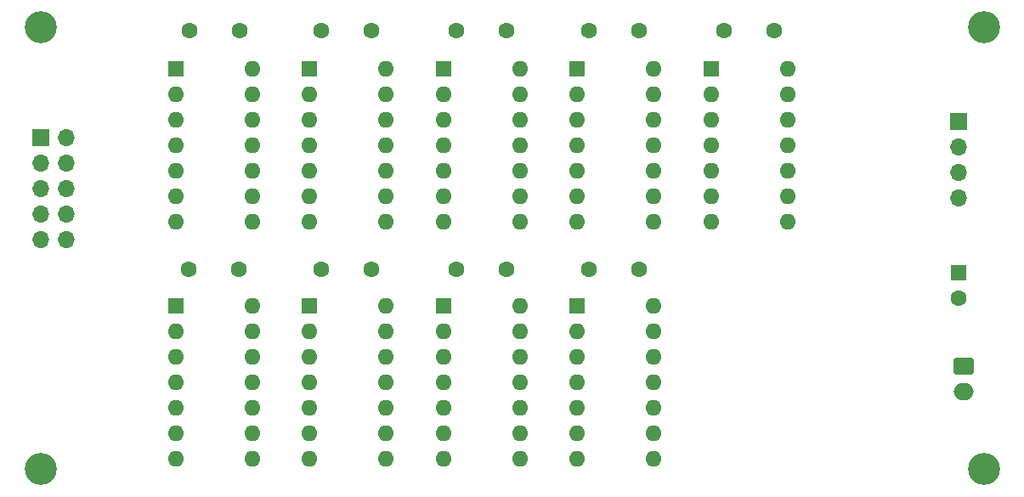
<source format=gbr>
%TF.GenerationSoftware,KiCad,Pcbnew,7.0.8*%
%TF.CreationDate,2024-08-21T13:00:36+09:00*%
%TF.ProjectId,adder,61646465-722e-46b6-9963-61645f706362,rev?*%
%TF.SameCoordinates,Original*%
%TF.FileFunction,Soldermask,Bot*%
%TF.FilePolarity,Negative*%
%FSLAX46Y46*%
G04 Gerber Fmt 4.6, Leading zero omitted, Abs format (unit mm)*
G04 Created by KiCad (PCBNEW 7.0.8) date 2024-08-21 13:00:36*
%MOMM*%
%LPD*%
G01*
G04 APERTURE LIST*
G04 Aperture macros list*
%AMRoundRect*
0 Rectangle with rounded corners*
0 $1 Rounding radius*
0 $2 $3 $4 $5 $6 $7 $8 $9 X,Y pos of 4 corners*
0 Add a 4 corners polygon primitive as box body*
4,1,4,$2,$3,$4,$5,$6,$7,$8,$9,$2,$3,0*
0 Add four circle primitives for the rounded corners*
1,1,$1+$1,$2,$3*
1,1,$1+$1,$4,$5*
1,1,$1+$1,$6,$7*
1,1,$1+$1,$8,$9*
0 Add four rect primitives between the rounded corners*
20,1,$1+$1,$2,$3,$4,$5,0*
20,1,$1+$1,$4,$5,$6,$7,0*
20,1,$1+$1,$6,$7,$8,$9,0*
20,1,$1+$1,$8,$9,$2,$3,0*%
G04 Aperture macros list end*
%ADD10R,1.600000X1.600000*%
%ADD11O,1.600000X1.600000*%
%ADD12C,1.600000*%
%ADD13R,1.700000X1.700000*%
%ADD14O,1.700000X1.700000*%
%ADD15C,3.200000*%
%ADD16RoundRect,0.250000X-0.750000X0.600000X-0.750000X-0.600000X0.750000X-0.600000X0.750000X0.600000X0*%
%ADD17O,2.000000X1.700000*%
G04 APERTURE END LIST*
D10*
%TO.C,U4*%
X106299000Y-62992000D03*
D11*
X106299000Y-65532000D03*
X106299000Y-68072000D03*
X106299000Y-70612000D03*
X106299000Y-73152000D03*
X106299000Y-75692000D03*
X106299000Y-78232000D03*
X113919000Y-78232000D03*
X113919000Y-75692000D03*
X113919000Y-73152000D03*
X113919000Y-70612000D03*
X113919000Y-68072000D03*
X113919000Y-65532000D03*
X113919000Y-62992000D03*
%TD*%
D10*
%TO.C,U7*%
X132979000Y-39365000D03*
D11*
X132979000Y-41905000D03*
X132979000Y-44445000D03*
X132979000Y-46985000D03*
X132979000Y-49525000D03*
X132979000Y-52065000D03*
X132979000Y-54605000D03*
X140599000Y-54605000D03*
X140599000Y-52065000D03*
X140599000Y-49525000D03*
X140599000Y-46985000D03*
X140599000Y-44445000D03*
X140599000Y-41905000D03*
X140599000Y-39365000D03*
%TD*%
D10*
%TO.C,C10*%
X170942000Y-59690000D03*
D12*
X170942000Y-62190000D03*
%TD*%
%TO.C,C7*%
X139162000Y-35555000D03*
X134162000Y-35555000D03*
%TD*%
%TO.C,C6*%
X125944000Y-59309000D03*
X120944000Y-59309000D03*
%TD*%
D10*
%TO.C,U6*%
X119634000Y-62992000D03*
D11*
X119634000Y-65532000D03*
X119634000Y-68072000D03*
X119634000Y-70612000D03*
X119634000Y-73152000D03*
X119634000Y-75692000D03*
X119634000Y-78232000D03*
X127254000Y-78232000D03*
X127254000Y-75692000D03*
X127254000Y-73152000D03*
X127254000Y-70612000D03*
X127254000Y-68072000D03*
X127254000Y-65532000D03*
X127254000Y-62992000D03*
%TD*%
D10*
%TO.C,U5*%
X119644000Y-39365000D03*
D11*
X119644000Y-41905000D03*
X119644000Y-44445000D03*
X119644000Y-46985000D03*
X119644000Y-49525000D03*
X119644000Y-52065000D03*
X119644000Y-54605000D03*
X127264000Y-54605000D03*
X127264000Y-52065000D03*
X127264000Y-49525000D03*
X127264000Y-46985000D03*
X127264000Y-44445000D03*
X127264000Y-41905000D03*
X127264000Y-39365000D03*
%TD*%
D12*
%TO.C,C2*%
X99274000Y-59309000D03*
X94274000Y-59309000D03*
%TD*%
D13*
%TO.C,J3*%
X171000000Y-44630000D03*
D14*
X171000000Y-47170000D03*
X171000000Y-49710000D03*
X171000000Y-52250000D03*
%TD*%
D10*
%TO.C,U3*%
X106319000Y-39360000D03*
D11*
X106319000Y-41900000D03*
X106319000Y-44440000D03*
X106319000Y-46980000D03*
X106319000Y-49520000D03*
X106319000Y-52060000D03*
X106319000Y-54600000D03*
X113939000Y-54600000D03*
X113939000Y-52060000D03*
X113939000Y-49520000D03*
X113939000Y-46980000D03*
X113939000Y-44440000D03*
X113939000Y-41900000D03*
X113939000Y-39360000D03*
%TD*%
D10*
%TO.C,U8*%
X132969000Y-62992000D03*
D11*
X132969000Y-65532000D03*
X132969000Y-68072000D03*
X132969000Y-70612000D03*
X132969000Y-73152000D03*
X132969000Y-75692000D03*
X132969000Y-78232000D03*
X140589000Y-78232000D03*
X140589000Y-75692000D03*
X140589000Y-73152000D03*
X140589000Y-70612000D03*
X140589000Y-68072000D03*
X140589000Y-65532000D03*
X140589000Y-62992000D03*
%TD*%
D12*
%TO.C,C8*%
X139152000Y-59309000D03*
X134152000Y-59309000D03*
%TD*%
D10*
%TO.C,U2*%
X92974000Y-62987000D03*
D11*
X92974000Y-65527000D03*
X92974000Y-68067000D03*
X92974000Y-70607000D03*
X92974000Y-73147000D03*
X92974000Y-75687000D03*
X92974000Y-78227000D03*
X100594000Y-78227000D03*
X100594000Y-75687000D03*
X100594000Y-73147000D03*
X100594000Y-70607000D03*
X100594000Y-68067000D03*
X100594000Y-65527000D03*
X100594000Y-62987000D03*
%TD*%
D15*
%TO.C,H1*%
X79500000Y-35250000D03*
%TD*%
D12*
%TO.C,C5*%
X125954000Y-35555000D03*
X120954000Y-35555000D03*
%TD*%
D15*
%TO.C,H2*%
X79500000Y-79250000D03*
%TD*%
%TO.C,H3*%
X173500000Y-79250000D03*
%TD*%
D10*
%TO.C,U9*%
X146314000Y-39365000D03*
D11*
X146314000Y-41905000D03*
X146314000Y-44445000D03*
X146314000Y-46985000D03*
X146314000Y-49525000D03*
X146314000Y-52065000D03*
X146314000Y-54605000D03*
X153934000Y-54605000D03*
X153934000Y-52065000D03*
X153934000Y-49525000D03*
X153934000Y-46985000D03*
X153934000Y-44445000D03*
X153934000Y-41905000D03*
X153934000Y-39365000D03*
%TD*%
D12*
%TO.C,C9*%
X152624000Y-35555000D03*
X147624000Y-35555000D03*
%TD*%
%TO.C,C4*%
X112482000Y-59309000D03*
X107482000Y-59309000D03*
%TD*%
%TO.C,C1*%
X99324000Y-35555000D03*
X94324000Y-35555000D03*
%TD*%
D10*
%TO.C,U1*%
X92974000Y-39365000D03*
D11*
X92974000Y-41905000D03*
X92974000Y-44445000D03*
X92974000Y-46985000D03*
X92974000Y-49525000D03*
X92974000Y-52065000D03*
X92974000Y-54605000D03*
X100594000Y-54605000D03*
X100594000Y-52065000D03*
X100594000Y-49525000D03*
X100594000Y-46985000D03*
X100594000Y-44445000D03*
X100594000Y-41905000D03*
X100594000Y-39365000D03*
%TD*%
D15*
%TO.C,H4*%
X173500000Y-35250000D03*
%TD*%
D13*
%TO.C,J1*%
X79502000Y-46228000D03*
D14*
X82042000Y-46228000D03*
X79502000Y-48768000D03*
X82042000Y-48768000D03*
X79502000Y-51308000D03*
X82042000Y-51308000D03*
X79502000Y-53848000D03*
X82042000Y-53848000D03*
X79502000Y-56388000D03*
X82042000Y-56388000D03*
%TD*%
D16*
%TO.C,J2*%
X171500000Y-69000000D03*
D17*
X171500000Y-71500000D03*
%TD*%
D12*
%TO.C,C3*%
X112492000Y-35555000D03*
X107492000Y-35555000D03*
%TD*%
M02*

</source>
